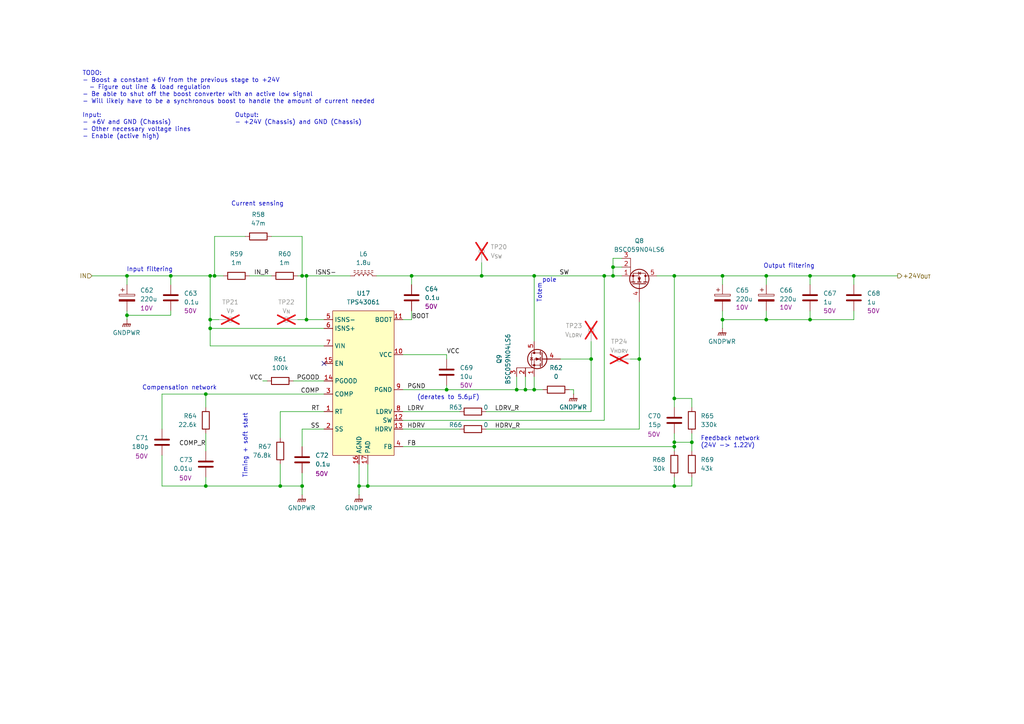
<source format=kicad_sch>
(kicad_sch (version 20250114) (generator "eeschema") (generator_version "9.0")
  (paper "A4")
  (title_block (title "Output Boost (Stage 2)") (date "2025-02-12") (rev "1") (company "UT Robomaster") (comment 1 "Robomaster"))
  (lib_symbols
    (symbol "! Robomaster ICs:TPS43061"
      (property "Reference" "U" (at 0 3.81 0))
      (property "Value" "TPS43061" (at 0 0 0))
      (symbol "TPS43061_1_1"
        (rectangle (start -8.89 0) (end 8.89 -41.91) (fill (type background)))
        (pin passive line (at -11.43 -2.54 0) (length 2.54) (name "ISNS-") (number "5"))
        (pin passive line (at -11.43 -5.08 0) (length 2.54) (name "ISNS+") (number "6"))
        (pin power_in line (at -11.43 -10.16 0) (length 2.54) (name "VIN") (number "7"))
        (pin input line (at -11.43 -15.24 0) (length 2.54) (name "EN") (number "15"))
        (pin open_collector line (at -11.43 -20.32 0) (length 2.54) (name "PGOOD") (number "14"))
        (pin passive line (at -11.43 -24.13 0) (length 2.54) (name "COMP") (number "3"))
        (pin passive line (at -11.43 -29.21 0) (length 2.54) (name "RT") (number "1"))
        (pin passive line (at -11.43 -34.29 0) (length 2.54) (name "SS") (number "2"))
        (pin power_in line (at -1.27 -44.45 90) (length 2.54) (name "AGND") (number "16"))
        (pin power_in line (at 1.27 -44.45 90) (length 2.54) (name "PAD") (number "17"))
        (pin passive line (at 11.43 -2.54 180) (length 2.54) (name "BOOT") (number "11"))
        (pin passive line (at 11.43 -12.7 180) (length 2.54) (name "VCC") (number "10"))
        (pin power_in line (at 11.43 -22.86 180) (length 2.54) (name "PGND") (number "9"))
        (pin output line (at 11.43 -29.21 180) (length 2.54) (name "LDRV") (number "8"))
        (pin output line (at 11.43 -31.75 180) (length 2.54) (name "SW") (number "12"))
        (pin output line (at 11.43 -34.29 180) (length 2.54) (name "HDRV") (number "13"))
        (pin passive line (at 11.43 -39.37 180) (length 2.54) (name "FB") (number "4"))
      )
    )
    (symbol "Connector:TestPoint" (pin_numbers (hide yes)) (pin_names (offset 0.762) (hide yes))
      (property "Reference" "TP" (at 0 6.858 0))
      (property "Value" "TestPoint" (at 0 5.08 0))
      (symbol "TestPoint_0_1"
        (circle (center 0 3.302) (radius 0.762))
      )
      (symbol "TestPoint_1_1"
        (pin passive line (at 0 0 90) (length 2.54) (name "1") (number "1"))
      )
    )
    (symbol "Device:C" (pin_numbers (hide yes)) (pin_names (offset 0.254))
      (property "Reference" "C" (at 0.635 2.54 0))
      (property "Value" "C" (at 0.635 -2.54 0))
      (symbol "C_0_1"
        (polyline (pts (xy -2.032 0.762) (xy 2.032 0.762)) (stroke (width 0.508)))
        (polyline (pts (xy -2.032 -0.762) (xy 2.032 -0.762)) (stroke (width 0.508)))
      )
      (symbol "C_1_1"
        (pin passive line (at 0 3.81 270) (length 2.794) (name "~") (number "1"))
        (pin passive line (at 0 -3.81 90) (length 2.794) (name "~") (number "2"))
      )
    )
    (symbol "Device:C_Polarized" (pin_numbers (hide yes)) (pin_names (offset 0.254))
      (property "Reference" "C" (at 0.635 2.54 0))
      (property "Value" "C_Polarized" (at 0.635 -2.54 0))
      (symbol "C_Polarized_0_1"
        (rectangle (start -2.286 0.508) (end 2.286 1.016))
        (polyline (pts (xy -1.778 2.286) (xy -0.762 2.286)))
        (polyline (pts (xy -1.27 2.794) (xy -1.27 1.778)))
        (rectangle (start 2.286 -0.508) (end -2.286 -1.016) (fill (type outline)))
      )
      (symbol "C_Polarized_1_1"
        (pin passive line (at 0 3.81 270) (length 2.794) (name "~") (number "1"))
        (pin passive line (at 0 -3.81 90) (length 2.794) (name "~") (number "2"))
      )
    )
    (symbol "Device:L_Ferrite" (pin_numbers (hide yes)) (pin_names (offset 1.016) (hide yes))
      (property "Reference" "L" (at -1.27 0 90))
      (property "Value" "L_Ferrite" (at 2.794 0 90))
      (symbol "L_Ferrite_0_1"
        (arc (start 0 2.54) (mid 0.6323 1.905) (end 0 1.27))
        (arc (start 0 1.27) (mid 0.6323 0.635) (end 0 0))
        (arc (start 0 0) (mid 0.6323 -0.635) (end 0 -1.27))
        (arc (start 0 -1.27) (mid 0.6323 -1.905) (end 0 -2.54))
        (polyline (pts (xy 1.016 2.286) (xy 1.016 2.794)))
        (polyline (pts (xy 1.016 1.27) (xy 1.016 1.778)))
        (polyline (pts (xy 1.016 0.254) (xy 1.016 0.762)))
        (polyline (pts (xy 1.016 -0.762) (xy 1.016 -0.254)))
        (polyline (pts (xy 1.016 -1.778) (xy 1.016 -1.27)))
        (polyline (pts (xy 1.016 -2.794) (xy 1.016 -2.286)))
        (polyline (pts (xy 1.524 2.794) (xy 1.524 2.286)))
        (polyline (pts (xy 1.524 1.778) (xy 1.524 1.27)))
        (polyline (pts (xy 1.524 0.762) (xy 1.524 0.254)))
        (polyline (pts (xy 1.524 -0.254) (xy 1.524 -0.762)))
        (polyline (pts (xy 1.524 -1.27) (xy 1.524 -1.778)))
        (polyline (pts (xy 1.524 -2.286) (xy 1.524 -2.794)))
      )
      (symbol "L_Ferrite_1_1"
        (pin passive line (at 0 3.81 270) (length 1.27) (name "1") (number "1"))
        (pin passive line (at 0 -3.81 90) (length 1.27) (name "2") (number "2"))
      )
    )
    (symbol "Device:R" (pin_numbers (hide yes)) (pin_names (offset 0))
      (property "Reference" "R" (at 2.032 0 90))
      (property "Value" "R" (at 0 0 90))
      (symbol "R_0_1"
        (rectangle (start -1.016 -2.54) (end 1.016 2.54) (stroke (width 0.254)))
      )
      (symbol "R_1_1"
        (pin passive line (at 0 3.81 270) (length 1.27) (name "~") (number "1"))
        (pin passive line (at 0 -3.81 90) (length 1.27) (name "~") (number "2"))
      )
    )
    (symbol "Transistor_FET:Q_NMOS_SGD" (pin_names (offset 0) (hide yes))
      (property "Reference" "Q4" (at 6.35 1.2701 0))
      (property "Value" "BSC059N04LS6" (at 6.35 -1.2699 0))
      (symbol "Q_NMOS_SGD_0_1"
        (polyline (pts (xy 0.254 1.905) (xy 0.254 -1.905)) (stroke (width 0.254)))
        (polyline (pts (xy 0.254 0) (xy -2.54 0)))
        (polyline (pts (xy 0.762 2.286) (xy 0.762 1.27)) (stroke (width 0.254)))
        (polyline (pts (xy 0.762 0.508) (xy 0.762 -0.508)) (stroke (width 0.254)))
        (polyline (pts (xy 0.762 -1.27) (xy 0.762 -2.286)) (stroke (width 0.254)))
        (polyline (pts (xy 0.762 -1.778) (xy 3.302 -1.778) (xy 3.302 1.778) (xy 0.762 1.778)))
        (polyline (pts (xy 1.016 0) (xy 2.032 0.381) (xy 2.032 -0.381) (xy 1.016 0)) (fill (type outline)))
        (circle (center 1.651 0) (radius 2.794) (stroke (width 0.254)))
        (polyline (pts (xy 2.54 2.54) (xy 2.54 1.778)))
        (circle (center 2.54 1.778) (radius 0.254) (fill (type outline)))
        (circle (center 2.54 -1.778) (radius 0.254) (fill (type outline)))
        (polyline (pts (xy 2.54 -2.54) (xy 2.54 0) (xy 0.762 0)))
        (polyline (pts (xy 2.921 0.381) (xy 3.683 0.381)))
        (polyline (pts (xy 3.302 0.381) (xy 2.921 -0.254) (xy 3.683 -0.254) (xy 3.302 0.381)))
        (polyline (pts (xy 7.62 -2.54) (xy 2.54 -2.54)))
      )
      (symbol "Q_NMOS_SGD_1_1"
        (pin input line (at -5.08 0 0) (length 5.08) (name "G") (number "4"))
        (pin passive line (at 2.54 5.08 270) (length 2.54) (name "D") (number "5"))
        (pin passive line (at 2.54 -5.08 90) (length 2.54) (name "S") (number "1"))
        (pin passive line (at 5.08 -5.08 90) (length 2.54) (name "S") (number "2"))
        (pin passive line (at 7.62 -5.08 90) (length 2.54) (name "S") (number "3"))
      )
    )
    (symbol "power:GNDPWR" (power) (pin_numbers (hide yes)) (pin_names (offset 0) (hide yes))
      (property "Value" "GNDPWR" (at 0 -3.302 0))
      (symbol "GNDPWR_0_1"
        (polyline (pts (xy -1.016 -1.27) (xy -1.27 -2.032) (xy -1.27 -2.032)) (stroke (width 0.2032)))
        (polyline (pts (xy -0.508 -1.27) (xy -0.762 -2.032) (xy -0.762 -2.032)) (stroke (width 0.2032)))
        (polyline (pts (xy 0 -1.27) (xy 0 0)))
        (polyline (pts (xy 0 -1.27) (xy -0.254 -2.032) (xy -0.254 -2.032)) (stroke (width 0.2032)))
        (polyline (pts (xy 0.508 -1.27) (xy 0.254 -2.032) (xy 0.254 -2.032)) (stroke (width 0.2032)))
        (polyline (pts (xy 1.016 -1.27) (xy -1.016 -1.27) (xy -1.016 -1.27)) (stroke (width 0.2032)))
        (polyline (pts (xy 1.016 -1.27) (xy 0.762 -2.032) (xy 0.762 -2.032) (xy 0.762 -2.032)) (stroke (width 0.2032)))
      )
      (symbol "GNDPWR_1_1"
        (pin power_in line (at 0 0 270) (length 0) (name "~") (number "1"))
      )
    )
  )
  (text "Input:\n- +6V and GND (Chassis)\n- Other necessary voltage lines\n- Enable (active high)" (at 23.876 32.766 0) (effects (font (size 1.27 1.27)) (justify left top)))
  (text "Timing + soft start" (at 71.882 129.286 90) (effects (font (size 1.27 1.27)) (justify bottom)))
  (text "Compensation network" (at 52.07 113.284 0) (effects (font (size 1.27 1.27)) (justify bottom)))
  (text "Output:\n- +24V (Chassis) and GND (Chassis)" (at 68.072 32.766 0) (effects (font (size 1.27 1.27)) (justify left top)))
  (text "Input filtering" (at 43.434 78.994 0) (effects (font (size 1.27 1.27)) (justify bottom)))
  (text "Current sensing" (at 74.676 59.944 0) (effects (font (size 1.27 1.27)) (justify bottom)))
  (text "pole" (at 157.226 82.042 0) (effects (font (size 1.27 1.27)) (justify left bottom)))
  (text "Feedback network\n(24V -> 1.22V)" (at 203.2 128.27 0) (effects (font (size 1.27 1.27)) (justify left)))
  (text "(derates to 5.6µF)" (at 130.048 116.078 0) (effects (font (size 1.27 1.27)) (justify bottom)))
  (text "TODO:\n- Boost a constant +6V from the previous stage to +24V\n  - Figure out line & load regulation\n- Be able to shut off the boost converter with an active low signal\n- Will likely have to be a synchronous boost to handle the amount of current needed" (at 23.876 20.574 0) (effects (font (size 1.27 1.27)) (justify left top)))
  (text "Output filtering" (at 228.854 77.978 0) (effects (font (size 1.27 1.27)) (justify bottom)))
  (text "Totem" (at 157.226 82.042 90) (effects (font (size 1.27 1.27)) (justify right bottom)))
  (junction (at 87.63 140.97))
  (junction (at 222.25 80.01))
  (junction (at 209.55 80.01))
  (junction (at 175.26 80.01))
  (junction (at 247.65 80.01))
  (junction (at 195.58 115.57))
  (junction (at 234.95 92.71))
  (junction (at 119.38 80.01))
  (junction (at 59.69 114.3))
  (junction (at 200.66 128.27))
  (junction (at 209.55 92.71))
  (junction (at 88.9 80.01))
  (junction (at 49.53 80.01))
  (junction (at 222.25 92.71))
  (junction (at 104.14 140.97))
  (junction (at 36.83 91.44))
  (junction (at 81.28 140.97))
  (junction (at 154.94 80.01))
  (junction (at 62.23 80.01))
  (junction (at 60.96 92.71))
  (junction (at 177.8 77.47))
  (junction (at 106.68 140.97))
  (junction (at 195.58 140.97))
  (junction (at 149.86 113.03))
  (junction (at 171.45 104.14))
  (junction (at 139.7 80.01))
  (junction (at 36.83 80.01))
  (junction (at 88.9 92.71))
  (junction (at 87.63 80.01))
  (junction (at 177.8 80.01))
  (junction (at 234.95 80.01))
  (junction (at 185.42 104.14))
  (junction (at 152.4 113.03))
  (junction (at 195.58 80.01))
  (junction (at 60.96 80.01))
  (junction (at 154.94 113.03))
  (junction (at 195.58 129.54))
  (junction (at 195.58 128.27))
  (junction (at 60.96 95.25))
  (junction (at 129.54 113.03))
  (junction (at 59.69 140.97))
  (no_connect (at 93.98 105.41))
  (wire (pts (xy 222.25 92.71) (xy 209.55 92.71)))
  (wire (pts (xy 139.7 80.01) (xy 154.94 80.01)))
  (wire (pts (xy 36.83 91.44) (xy 36.83 92.71)))
  (wire (pts (xy 200.66 115.57) (xy 200.66 118.11)))
  (wire (pts (xy 209.55 92.71) (xy 209.55 95.25)))
  (wire (pts (xy 152.4 113.03) (xy 154.94 113.03)))
  (wire (pts (xy 104.14 134.62) (xy 104.14 140.97)))
  (wire (pts (xy 149.86 113.03) (xy 152.4 113.03)))
  (wire (pts (xy 209.55 90.17) (xy 209.55 92.71)))
  (wire (pts (xy 154.94 113.03) (xy 157.48 113.03)))
  (wire (pts (xy 180.34 77.47) (xy 177.8 77.47)))
  (wire (pts (xy 139.7 76.2) (xy 139.7 80.01)))
  (wire (pts (xy 60.96 95.25) (xy 60.96 92.71)))
  (wire (pts (xy 165.1 113.03) (xy 166.37 113.03)))
  (wire (pts (xy 49.53 91.44) (xy 36.83 91.44)))
  (wire (pts (xy 49.53 80.01) (xy 60.96 80.01)))
  (wire (pts (xy 62.23 68.58) (xy 62.23 80.01)))
  (wire (pts (xy 129.54 113.03) (xy 149.86 113.03)))
  (wire (pts (xy 154.94 80.01) (xy 175.26 80.01)))
  (wire (pts (xy 180.34 74.93) (xy 177.8 74.93)))
  (wire (pts (xy 149.86 109.22) (xy 149.86 113.03)))
  (wire (pts (xy 60.96 100.33) (xy 60.96 95.25)))
  (wire (pts (xy 59.69 130.81) (xy 59.69 125.73)))
  (wire (pts (xy 185.42 87.63) (xy 185.42 104.14)))
  (wire (pts (xy 209.55 80.01) (xy 209.55 82.55)))
  (wire (pts (xy 60.96 92.71) (xy 63.5 92.71)))
  (wire (pts (xy 171.45 104.14) (xy 162.56 104.14)))
  (wire (pts (xy 177.8 74.93) (xy 177.8 77.47)))
  (wire (pts (xy 195.58 129.54) (xy 195.58 128.27)))
  (wire (pts (xy 177.8 77.47) (xy 177.8 80.01)))
  (wire (pts (xy 152.4 109.22) (xy 152.4 113.03)))
  (wire (pts (xy 109.22 80.01) (xy 119.38 80.01)))
  (wire (pts (xy 182.88 104.14) (xy 185.42 104.14)))
  (wire (pts (xy 106.68 140.97) (xy 195.58 140.97)))
  (wire (pts (xy 195.58 129.54) (xy 195.58 130.81)))
  (wire (pts (xy 60.96 80.01) (xy 60.96 92.71)))
  (wire (pts (xy 234.95 92.71) (xy 247.65 92.71)))
  (wire (pts (xy 260.35 80.01) (xy 247.65 80.01)))
  (wire (pts (xy 93.98 119.38) (xy 81.28 119.38)))
  (wire (pts (xy 119.38 92.71) (xy 116.84 92.71)))
  (wire (pts (xy 119.38 90.17) (xy 119.38 92.71)))
  (wire (pts (xy 62.23 80.01) (xy 64.77 80.01)))
  (wire (pts (xy 81.28 140.97) (xy 59.69 140.97)))
  (wire (pts (xy 177.8 80.01) (xy 180.34 80.01)))
  (wire (pts (xy 104.14 140.97) (xy 106.68 140.97)))
  (wire (pts (xy 104.14 140.97) (xy 104.14 143.51)))
  (wire (pts (xy 200.66 128.27) (xy 195.58 128.27)))
  (wire (pts (xy 195.58 140.97) (xy 200.66 140.97)))
  (wire (pts (xy 93.98 100.33) (xy 60.96 100.33)))
  (wire (pts (xy 154.94 109.22) (xy 154.94 113.03)))
  (wire (pts (xy 62.23 68.58) (xy 71.12 68.58)))
  (wire (pts (xy 154.94 80.01) (xy 154.94 99.06)))
  (wire (pts (xy 140.97 119.38) (xy 171.45 119.38)))
  (wire (pts (xy 87.63 80.01) (xy 88.9 80.01)))
  (wire (pts (xy 36.83 90.17) (xy 36.83 91.44)))
  (wire (pts (xy 81.28 140.97) (xy 87.63 140.97)))
  (wire (pts (xy 195.58 80.01) (xy 209.55 80.01)))
  (wire (pts (xy 76.2 110.49) (xy 77.47 110.49)))
  (wire (pts (xy 247.65 80.01) (xy 247.65 82.55)))
  (wire (pts (xy 222.25 80.01) (xy 222.25 82.55)))
  (wire (pts (xy 49.53 80.01) (xy 49.53 82.55)))
  (wire (pts (xy 59.69 140.97) (xy 59.69 138.43)))
  (wire (pts (xy 116.84 113.03) (xy 129.54 113.03)))
  (wire (pts (xy 81.28 134.62) (xy 81.28 140.97)))
  (wire (pts (xy 195.58 115.57) (xy 195.58 118.11)))
  (wire (pts (xy 49.53 90.17) (xy 49.53 91.44)))
  (wire (pts (xy 175.26 121.92) (xy 175.26 80.01)))
  (wire (pts (xy 88.9 80.01) (xy 101.6 80.01)))
  (wire (pts (xy 88.9 92.71) (xy 88.9 80.01)))
  (wire (pts (xy 185.42 124.46) (xy 140.97 124.46)))
  (wire (pts (xy 116.84 129.54) (xy 195.58 129.54)))
  (wire (pts (xy 129.54 102.87) (xy 129.54 104.14)))
  (wire (pts (xy 119.38 80.01) (xy 119.38 82.55)))
  (wire (pts (xy 175.26 80.01) (xy 177.8 80.01)))
  (wire (pts (xy 26.67 80.01) (xy 36.83 80.01)))
  (wire (pts (xy 133.35 124.46) (xy 116.84 124.46)))
  (wire (pts (xy 59.69 118.11) (xy 59.69 114.3)))
  (wire (pts (xy 36.83 80.01) (xy 49.53 80.01)))
  (wire (pts (xy 247.65 90.17) (xy 247.65 92.71)))
  (wire (pts (xy 119.38 80.01) (xy 139.7 80.01)))
  (wire (pts (xy 234.95 90.17) (xy 234.95 92.71)))
  (wire (pts (xy 171.45 119.38) (xy 171.45 104.14)))
  (wire (pts (xy 222.25 80.01) (xy 209.55 80.01)))
  (wire (pts (xy 234.95 80.01) (xy 222.25 80.01)))
  (wire (pts (xy 78.74 68.58) (xy 87.63 68.58)))
  (wire (pts (xy 36.83 80.01) (xy 36.83 82.55)))
  (wire (pts (xy 93.98 92.71) (xy 88.9 92.71)))
  (wire (pts (xy 86.36 92.71) (xy 88.9 92.71)))
  (wire (pts (xy 195.58 138.43) (xy 195.58 140.97)))
  (wire (pts (xy 59.69 114.3) (xy 93.98 114.3)))
  (wire (pts (xy 185.42 104.14) (xy 185.42 124.46)))
  (wire (pts (xy 195.58 125.73) (xy 195.58 128.27)))
  (wire (pts (xy 195.58 80.01) (xy 195.58 115.57)))
  (wire (pts (xy 222.25 90.17) (xy 222.25 92.71)))
  (wire (pts (xy 59.69 114.3) (xy 46.99 114.3)))
  (wire (pts (xy 72.39 80.01) (xy 78.74 80.01)))
  (wire (pts (xy 93.98 124.46) (xy 87.63 124.46)))
  (wire (pts (xy 87.63 124.46) (xy 87.63 129.54)))
  (wire (pts (xy 116.84 121.92) (xy 175.26 121.92)))
  (wire (pts (xy 46.99 140.97) (xy 59.69 140.97)))
  (wire (pts (xy 200.66 125.73) (xy 200.66 128.27)))
  (wire (pts (xy 85.09 110.49) (xy 93.98 110.49)))
  (wire (pts (xy 247.65 80.01) (xy 234.95 80.01)))
  (wire (pts (xy 129.54 111.76) (xy 129.54 113.03)))
  (wire (pts (xy 46.99 132.08) (xy 46.99 140.97)))
  (wire (pts (xy 46.99 114.3) (xy 46.99 124.46)))
  (wire (pts (xy 195.58 115.57) (xy 200.66 115.57)))
  (wire (pts (xy 200.66 128.27) (xy 200.66 130.81)))
  (wire (pts (xy 190.5 80.01) (xy 195.58 80.01)))
  (wire (pts (xy 234.95 80.01) (xy 234.95 82.55)))
  (wire (pts (xy 87.63 68.58) (xy 87.63 80.01)))
  (wire (pts (xy 171.45 99.06) (xy 171.45 104.14)))
  (wire (pts (xy 87.63 140.97) (xy 87.63 143.51)))
  (wire (pts (xy 86.36 80.01) (xy 87.63 80.01)))
  (wire (pts (xy 60.96 80.01) (xy 62.23 80.01)))
  (wire (pts (xy 116.84 102.87) (xy 129.54 102.87)))
  (wire (pts (xy 200.66 138.43) (xy 200.66 140.97)))
  (wire (pts (xy 81.28 119.38) (xy 81.28 127)))
  (wire (pts (xy 106.68 140.97) (xy 106.68 134.62)))
  (wire (pts (xy 87.63 137.16) (xy 87.63 140.97)))
  (wire (pts (xy 116.84 119.38) (xy 133.35 119.38)))
  (wire (pts (xy 93.98 95.25) (xy 60.96 95.25)))
  (wire (pts (xy 234.95 92.71) (xy 222.25 92.71)))
  (wire (pts (xy 166.37 113.03) (xy 166.37 114.3)))
  (label "BOOT" (at 119.38 92.71 0))
  (label "COMP" (at 92.71 114.3 180))
  (label "LDRV_R" (at 143.51 119.38 0))
  (label "LDRV" (at 118.11 119.38 0))
  (label "VCC" (at 76.2 110.49 180))
  (label "PGOOD" (at 92.71 110.49 180))
  (label "COMP_R" (at 59.69 129.54 180))
  (label "VCC" (at 129.54 102.87 0))
  (label "FB" (at 118.11 129.54 0))
  (label "SS" (at 92.71 124.46 180))
  (label "HDRV_R" (at 143.51 124.46 0))
  (label "IN_R" (at 73.66 80.01 0))
  (label "ISNS-" (at 91.44 80.01 0))
  (label "PGND" (at 118.11 113.03 0))
  (label "SW" (at 165.1 80.01 180))
  (label "RT" (at 92.71 119.38 180))
  (label "HDRV" (at 118.11 124.46 0))
  (hierarchical_label "IN" (shape input) (at 26.67 80.01 180))
  (hierarchical_label "+24V_{OUT}" (shape output) (at 260.35 80.01 0))
  (symbol (lib_id "Device:C_Polarized") (at 36.83 86.36 0) (unit 1)
    (property "Reference" "C62" (at 40.64 84.2009 0) (effects (justify left)))
    (property "Value" "220u" (at 40.64 86.7409 0) (effects (justify left)))
    (property "Footprint" "Capacitor_THT:CP_Radial_D6.3mm_P2.50mm" (effects (hide yes)))
    (property "Datasheet" "https://www.mouser.com/datasheet/2/447/KEM_A4067_A750-3316071.pdf" (effects (hide yes)))
    (property "Description" "Polarized capacitor" (effects (hide yes)))
    (property "Mouser Part Number" "80-A750EK227M1AAAE18" (effects (hide yes)))
    (property "Voltage Rating" "10V" (at 40.64 89.408 0) (effects (justify left)))
  )
  (symbol (lib_id "Device:C") (at 234.95 86.36 0) (unit 1)
    (property "Reference" "C67" (at 238.76 85.0899 0) (effects (justify left)))
    (property "Value" "1u" (at 238.76 87.6299 0) (effects (justify left)))
    (property "Footprint" "Capacitor_SMD:C_0603_1608Metric_Pad1.08x0.95mm_HandSolder" (effects (hide yes)))
    (property "Datasheet" "https://www.mouser.com/datasheet/2/447/KEM_C1006_X5R_SMD-3316465.pdf" (effects (hide yes)))
    (property "Description" "Unpolarized capacitor" (effects (hide yes)))
    (property "Mouser Part Number" "963-UMK107BJ105KA-T" (effects (hide yes)))
    (property "Voltage Rating" "50V" (at 238.76 90.17 0) (effects (justify left)))
  )
  (symbol (lib_id "Device:C_Polarized") (at 222.25 86.36 0) (unit 1)
    (property "Reference" "C66" (at 226.06 84.2009 0) (effects (justify left)))
    (property "Value" "220u" (at 226.06 86.7409 0) (effects (justify left)))
    (property "Footprint" "Capacitor_THT:CP_Radial_D6.3mm_P2.50mm" (effects (hide yes)))
    (property "Datasheet" "https://www.mouser.com/datasheet/2/447/KEM_A4067_A750-3316071.pdf" (effects (hide yes)))
    (property "Description" "Polarized capacitor" (effects (hide yes)))
    (property "Mouser Part Number" "80-A750EK227M1AAAE18" (effects (hide yes)))
    (property "Voltage Rating" "10V" (at 226.06 89.154 0) (effects (justify left)))
  )
  (symbol (lib_id "Device:R") (at 161.29 113.03 90) (unit 1)
    (property "Reference" "R62" (at 161.29 106.68 90))
    (property "Value" "0" (at 161.29 109.22 90))
    (property "Footprint" "Resistor_SMD:R_0603_1608Metric_Pad0.98x0.95mm_HandSolder" (effects (hide yes)))
    (property "Description" "Resistor" (effects (hide yes)))
    (property "Mouser Part Number" "660-RK73Z1JTTDD" (effects (hide yes)))
  )
  (symbol (lib_id "Device:R") (at 81.28 110.49 90) (unit 1)
    (property "Reference" "R61" (at 81.28 104.14 90))
    (property "Value" "100k" (at 81.28 106.68 90))
    (property "Footprint" "Resistor_SMD:R_0603_1608Metric_Pad0.98x0.95mm_HandSolder" (effects (hide yes)))
    (property "Description" "Resistor" (effects (hide yes)))
    (property "Mouser Part Number" "660-RN73H1JTD1003D25" (effects (hide yes)))
  )
  (symbol (lib_id "Device:R") (at 68.58 80.01 90) (unit 1)
    (property "Reference" "R59" (at 68.58 73.66 90))
    (property "Value" "1m" (at 68.58 76.2 90))
    (property "Footprint" "Resistor_SMD:R_0612_1632Metric_Pad1.18x3.40mm_HandSolder" (effects (hide yes)))
    (property "Datasheet" "https://www.vishay.com/docs/30417/wfcp.pdf" (effects (hide yes)))
    (property "Description" "Resistor" (effects (hide yes)))
    (property "Mouser Part Number" "71-WFCP06121L000FE66" (effects (hide yes)))
  )
  (symbol (lib_id "power:GNDPWR") (at 36.83 92.71 0) (unit 1)
    (property "Reference" "#PWR0113" (effects (hide yes)))
    (property "Value" "GNDPWR" (at 36.703 96.52 0))
    (property "Description" "Power symbol creates a global label with name \"GNDPWR\" , global ground" (effects (hide yes)))
  )
  (symbol (lib_id "power:GNDPWR") (at 104.14 143.51 0) (unit 1)
    (property "Reference" "#PWR0117" (effects (hide yes)))
    (property "Value" "GNDPWR" (at 104.013 147.32 0))
    (property "Description" "Power symbol creates a global label with name \"GNDPWR\" , global ground" (effects (hide yes)))
  )
  (symbol (lib_id "Connector:TestPoint") (at 139.7 76.2 0) (unit 1) (dnp yes)
    (property "Reference" "TP20" (at 142.24 71.6279 0) (effects (justify left)))
    (property "Value" "V_{SW}" (at 142.24 74.1679 0) (effects (justify left)))
    (property "Footprint" "TestPoint:TestPoint_Bridge_Pitch2.0mm_Drill0.7mm" (effects (hide yes)))
    (property "Description" "test point" (effects (hide yes)))
  )
  (symbol (lib_id "Device:C") (at 87.63 133.35 0) (unit 1)
    (property "Reference" "C72" (at 91.44 132.0799 0) (effects (justify left)))
    (property "Value" "0.1u" (at 91.44 134.6199 0) (effects (justify left)))
    (property "Footprint" "Capacitor_SMD:C_0603_1608Metric_Pad1.08x0.95mm_HandSolder" (effects (hide yes)))
    (property "Datasheet" "https://www.mouser.com/datasheet/2/40/KGM_X7R-3223212.pdf" (effects (hide yes)))
    (property "Description" "Unpolarized capacitor" (effects (hide yes)))
    (property "Mouser Part Number" "581-KGM15BR71H104JT" (effects (hide yes)))
    (property "Voltage Rating" "50V" (at 91.44 137.414 0) (effects (justify left)))
  )
  (symbol (lib_id "Connector:TestPoint") (at 63.5 92.71 270) (mirror x) (unit 1) (dnp yes)
    (property "Reference" "TP21" (at 66.802 87.63 90))
    (property "Value" "V_{P}" (at 66.802 90.17 90))
    (property "Footprint" "TestPoint:TestPoint_Bridge_Pitch2.0mm_Drill0.7mm" (effects (hide yes)))
    (property "Description" "test point" (effects (hide yes)))
  )
  (symbol (lib_id "Device:R") (at 195.58 134.62 0) (mirror y) (unit 1)
    (property "Reference" "R68" (at 193.04 133.3499 0) (effects (justify left)))
    (property "Value" "30k" (at 193.04 135.8899 0) (effects (justify left)))
    (property "Footprint" "Resistor_SMD:R_0603_1608Metric_Pad0.98x0.95mm_HandSolder" (effects (hide yes)))
    (property "Description" "Resistor" (effects (hide yes)))
    (property "Mouser Part Number" "660-RN73H1JTD3002B50" (effects (hide yes)))
  )
  (symbol (lib_id "Transistor_FET:Q_NMOS_SGD") (at 157.48 104.14 0) (mirror y) (unit 1)
    (property "Reference" "Q9" (at 144.78 104.14 90))
    (property "Value" "BSC059N04LS6" (at 147.32 104.14 90))
    (property "Footprint" "Package_SON:Infineon_PG-TDSON-8_6.15x5.15mm" (effects (hide yes)))
    (property "Datasheet" "https://www.mouser.com/datasheet/2/196/Infineon_BSC059N04LS6_DataSheet_v02_01_EN-3360636.pdf" (effects (hide yes)))
    (property "Description" "N-MOSFET transistor, source/gate/drain" (effects (hide yes)))
    (property "Mouser Part Number" "726-BSC059N04LS6ATMA" (effects (hide yes)))
  )
  (symbol (lib_id "Transistor_FET:Q_NMOS_SGD") (at 185.42 82.55 270) (mirror x) (unit 1)
    (property "Reference" "Q8" (at 185.42 69.85 90))
    (property "Value" "BSC059N04LS6" (at 185.42 72.39 90))
    (property "Footprint" "Package_SON:Infineon_PG-TDSON-8_6.15x5.15mm" (effects (hide yes)))
    (property "Datasheet" "https://www.mouser.com/datasheet/2/196/Infineon_BSC059N04LS6_DataSheet_v02_01_EN-3360636.pdf" (effects (hide yes)))
    (property "Description" "N-MOSFET transistor, source/gate/drain" (effects (hide yes)))
    (property "Mouser Part Number" "726-BSC059N04LS6ATMA" (effects (hide yes)))
  )
  (symbol (lib_id "power:GNDPWR") (at 87.63 143.51 0) (unit 1)
    (property "Reference" "#PWR0116" (effects (hide yes)))
    (property "Value" "GNDPWR" (at 87.503 147.32 0))
    (property "Description" "Power symbol creates a global label with name \"GNDPWR\" , global ground" (effects (hide yes)))
  )
  (symbol (lib_id "Device:R") (at 81.28 130.81 0) (mirror y) (unit 1)
    (property "Reference" "R67" (at 78.74 129.5399 0) (effects (justify left)))
    (property "Value" "76.8k" (at 78.74 132.0799 0) (effects (justify left)))
    (property "Footprint" "Resistor_SMD:R_0603_1608Metric_Pad0.98x0.95mm_HandSolder" (effects (hide yes)))
    (property "Description" "Resistor" (effects (hide yes)))
    (property "Mouser Part Number" "660-RN73H1JTD7682B25" (effects (hide yes)))
  )
  (symbol (lib_id "Device:R") (at 59.69 121.92 0) (mirror y) (unit 1)
    (property "Reference" "R64" (at 57.15 120.6499 0) (effects (justify left)))
    (property "Value" "22.6k" (at 57.15 123.1899 0) (effects (justify left)))
    (property "Footprint" "Resistor_SMD:R_0603_1608Metric_Pad0.98x0.95mm_HandSolder" (effects (hide yes)))
    (property "Description" "Resistor" (effects (hide yes)))
    (property "Mouser Part Number" "603-RC0603FR-0722K6L" (effects (hide yes)))
  )
  (symbol (lib_id "Connector:TestPoint") (at 171.45 99.06 0) (mirror y) (unit 1) (dnp yes)
    (property "Reference" "TP23" (at 168.91 94.4879 0) (effects (justify left)))
    (property "Value" "V_{LDRV}" (at 168.91 97.0279 0) (effects (justify left)))
    (property "Footprint" "TestPoint:TestPoint_Bridge_Pitch2.0mm_Drill0.7mm" (effects (hide yes)))
    (property "Description" "test point" (effects (hide yes)))
  )
  (symbol (lib_id "power:GNDPWR") (at 209.55 95.25 0) (unit 1)
    (property "Reference" "#PWR0114" (effects (hide yes)))
    (property "Value" "GNDPWR" (at 209.423 99.06 0))
    (property "Description" "Power symbol creates a global label with name \"GNDPWR\" , global ground" (effects (hide yes)))
  )
  (symbol (lib_id "Device:C") (at 247.65 86.36 0) (unit 1)
    (property "Reference" "C68" (at 251.46 85.0899 0) (effects (justify left)))
    (property "Value" "1u" (at 251.46 87.6299 0) (effects (justify left)))
    (property "Footprint" "Capacitor_SMD:C_0603_1608Metric_Pad1.08x0.95mm_HandSolder" (effects (hide yes)))
    (property "Datasheet" "https://www.mouser.com/datasheet/2/447/KEM_C1006_X5R_SMD-3316465.pdf" (effects (hide yes)))
    (property "Description" "Unpolarized capacitor" (effects (hide yes)))
    (property "Mouser Part Number" "963-UMK107BJ105KA-T" (effects (hide yes)))
    (property "Voltage Rating" "50V" (at 251.46 90.17 0) (effects (justify left)))
  )
  (symbol (lib_id "Device:C") (at 59.69 134.62 0) (mirror y) (unit 1)
    (property "Reference" "C73" (at 55.88 133.3499 0) (effects (justify left)))
    (property "Value" "0.01u" (at 55.88 135.8899 0) (effects (justify left)))
    (property "Footprint" "Capacitor_SMD:C_0603_1608Metric_Pad1.08x0.95mm_HandSolder" (effects (hide yes)))
    (property "Description" "Unpolarized capacitor" (effects (hide yes)))
    (property "Mouser Part Number" "187-CL10B103KC8NNNC" (effects (hide yes)))
    (property "Voltage Rating" "50V" (at 55.626 138.684 0) (effects (justify left)))
  )
  (symbol (lib_id "Device:C") (at 49.53 86.36 0) (unit 1)
    (property "Reference" "C63" (at 53.34 85.0899 0) (effects (justify left)))
    (property "Value" "0.1u" (at 53.34 87.6299 0) (effects (justify left)))
    (property "Footprint" "Capacitor_SMD:C_0603_1608Metric_Pad1.08x0.95mm_HandSolder" (effects (hide yes)))
    (property "Datasheet" "https://www.mouser.com/datasheet/2/40/KGM_X7R-3223212.pdf" (effects (hide yes)))
    (property "Description" "Unpolarized capacitor" (effects (hide yes)))
    (property "Mouser Part Number" "581-KGM15BR71H104JT" (effects (hide yes)))
    (property "Voltage Rating" "50V" (at 53.34 90.17 0) (effects (justify left)))
  )
  (symbol (lib_id "Device:R") (at 137.16 119.38 90) (unit 1)
    (property "Reference" "R63" (at 134.112 118.872 90) (effects (justify left top)))
    (property "Value" "0" (at 140.208 118.872 90) (effects (justify right top)))
    (property "Footprint" "Resistor_SMD:R_0603_1608Metric_Pad0.98x0.95mm_HandSolder" (effects (hide yes)))
    (property "Description" "Resistor" (effects (hide yes)))
    (property "Mouser Part Number" "660-RK73Z1JTTDD" (effects (hide yes)))
  )
  (symbol (lib_id "Device:C") (at 129.54 107.95 0) (unit 1)
    (property "Reference" "C69" (at 133.35 106.6799 0) (effects (justify left)))
    (property "Value" "10u" (at 133.35 109.2199 0) (effects (justify left)))
    (property "Footprint" "Capacitor_SMD:C_1206_3216Metric_Pad1.33x1.80mm_HandSolder" (effects (hide yes)))
    (property "Datasheet" "https://www.mouser.com/datasheet/2/585/MLCC-1837944.pdf" (effects (hide yes)))
    (property "Description" "Unpolarized capacitor" (effects (hide yes)))
    (property "Mouser Part Number" "187-CL31A106KBHNNNE" (effects (hide yes)))
    (property "Voltage Rating" "50V" (at 133.35 111.76 0) (effects (justify left)))
  )
  (symbol (lib_id "Device:R") (at 74.93 68.58 90) (unit 1)
    (property "Reference" "R58" (at 74.93 62.23 90))
    (property "Value" "47m" (at 74.93 64.77 90))
    (property "Footprint" "Resistor_SMD:R_1206_3216Metric_Pad1.30x1.75mm_HandSolder" (effects (hide yes)))
    (property "Datasheet" "https://www.mouser.com/datasheet/2/447/PYu_PE_521_RoHS_L_10-3002976.pdf" (effects (hide yes)))
    (property "Description" "Resistor" (effects (hide yes)))
    (property "Mouser Part Number" "603-PE1206FRE470R47L" (effects (hide yes)))
  )
  (symbol (lib_id "Connector:TestPoint") (at 182.88 104.14 90) (unit 1) (dnp yes)
    (property "Reference" "TP24" (at 179.578 99.06 90))
    (property "Value" "V_{HDRV}" (at 179.578 101.6 90))
    (property "Footprint" "TestPoint:TestPoint_Bridge_Pitch2.0mm_Drill0.7mm" (effects (hide yes)))
    (property "Description" "test point" (effects (hide yes)))
  )
  (symbol (lib_id "! Robomaster ICs:TPS43061") (at 105.41 90.17 0) (unit 1)
    (property "Reference" "U17" (at 105.41 85.09 0))
    (property "Value" "TPS43061" (at 105.41 87.63 0))
    (property "Footprint" "! Robomaster ICs:Texas_S-PWQFN-N16" (effects (hide yes)))
    (property "Datasheet" "https://www.ti.com/lit/ds/symlink/tps43061.pdf" (effects (hide yes)))
    (property "Description" "Low Iq, Synchronous Boost Controller with Wide Input Voltage and 5.5V Gate Drive for Low Qg NexFETs" (effects (hide yes)))
    (property "Mouser Part Number" "595-TPS43061RTER" (effects (hide yes)))
  )
  (symbol (lib_id "Device:C") (at 195.58 121.92 0) (mirror y) (unit 1)
    (property "Reference" "C70" (at 191.77 120.6499 0) (effects (justify left)))
    (property "Value" "15p" (at 191.77 123.1899 0) (effects (justify left)))
    (property "Footprint" "Capacitor_SMD:C_0603_1608Metric_Pad1.08x0.95mm_HandSolder" (effects (hide yes)))
    (property "Datasheet" "https://www.mouser.com/datasheet/2/210/WTC_MLCC_General_Purpose-1534899.pdf" (effects (hide yes)))
    (property "Description" "Unpolarized capacitor" (effects (hide yes)))
    (property "Mouser Part Number" "791-0603N150F500CT" (effects (hide yes)))
    (property "Voltage Rating" "50V" (at 191.516 125.984 0) (effects (justify left)))
  )
  (symbol (lib_id "Device:R") (at 137.16 124.46 90) (unit 1)
    (property "Reference" "R66" (at 134.112 123.952 90) (effects (justify left top)))
    (property "Value" "0" (at 140.208 123.952 90) (effects (justify right top)))
    (property "Footprint" "Resistor_SMD:R_0603_1608Metric_Pad0.98x0.95mm_HandSolder" (effects (hide yes)))
    (property "Description" "Resistor" (effects (hide yes)))
    (property "Mouser Part Number" "660-RK73Z1JTTDD" (effects (hide yes)))
  )
  (symbol (lib_id "power:GNDPWR") (at 166.37 114.3 0) (unit 1)
    (property "Reference" "#PWR0115" (effects (hide yes)))
    (property "Value" "GNDPWR" (at 166.243 118.11 0))
    (property "Description" "Power symbol creates a global label with name \"GNDPWR\" , global ground" (effects (hide yes)))
  )
  (symbol (lib_id "Device:R") (at 82.55 80.01 90) (unit 1)
    (property "Reference" "R60" (at 82.55 73.66 90))
    (property "Value" "1m" (at 82.55 76.2 90))
    (property "Footprint" "Resistor_SMD:R_0612_1632Metric_Pad1.18x3.40mm_HandSolder" (effects (hide yes)))
    (property "Datasheet" "https://www.vishay.com/docs/30417/wfcp.pdf" (effects (hide yes)))
    (property "Description" "Resistor" (effects (hide yes)))
    (property "Mouser Part Number" "71-WFCP06121L000FE66" (effects (hide yes)))
  )
  (symbol (lib_id "Device:C") (at 119.38 86.36 0) (unit 1)
    (property "Reference" "C64" (at 123.19 83.82 0) (effects (justify left)))
    (property "Value" "0.1u" (at 123.19 86.36 0) (effects (justify left)))
    (property "Footprint" "Capacitor_SMD:C_0603_1608Metric_Pad1.08x0.95mm_HandSolder" (effects (hide yes)))
    (property "Datasheet" "https://www.mouser.com/datasheet/2/40/KGM_X7R-3223212.pdf" (effects (hide yes)))
    (property "Description" "Unpolarized capacitor" (effects (hide yes)))
    (property "Mouser Part Number" "581-KGM15BR71H104JT" (effects (hide yes)))
    (property "Voltage Rating" "50V" (at 123.19 88.9001 0) (effects (justify left)))
  )
  (symbol (lib_id "Device:C_Polarized") (at 209.55 86.36 0) (unit 1)
    (property "Reference" "C65" (at 213.36 84.2009 0) (effects (justify left)))
    (property "Value" "220u" (at 213.36 86.7409 0) (effects (justify left)))
    (property "Footprint" "Capacitor_THT:CP_Radial_D6.3mm_P2.50mm" (effects (hide yes)))
    (property "Datasheet" "https://www.mouser.com/datasheet/2/447/KEM_A4067_A750-3316071.pdf" (effects (hide yes)))
    (property "Description" "Polarized capacitor" (effects (hide yes)))
    (property "Mouser Part Number" "80-A750EK227M1AAAE18" (effects (hide yes)))
    (property "Voltage Rating" "10V" (at 213.36 89.154 0) (effects (justify left)))
  )
  (symbol (lib_id "Device:R") (at 200.66 134.62 0) (unit 1)
    (property "Reference" "R69" (at 203.2 133.3499 0) (effects (justify left)))
    (property "Value" "43k" (at 203.2 135.8899 0) (effects (justify left)))
    (property "Footprint" "Resistor_SMD:R_0603_1608Metric_Pad0.98x0.95mm_HandSolder" (effects (hide yes)))
    (property "Description" "Resistor" (effects (hide yes)))
    (property "Mouser Part Number" "603-RT0603DRD0743KL" (effects (hide yes)))
  )
  (symbol (lib_id "Device:L_Ferrite") (at 105.41 80.01 90) (unit 1)
    (property "Reference" "L6" (at 105.41 73.66 90))
    (property "Value" "1.8u" (at 105.41 76.2 90))
    (property "Footprint" "Inductor_SMD:L_Bourns_SRP1245A" (effects (hide yes)))
    (property "Datasheet" "https://www.mouser.com/datasheet/2/54/srn8040ta-1391519.pdf" (effects (hide yes)))
    (property "Description" "Inductor with ferrite core" (effects (hide yes)))
    (property "Mouser Part Number" "652-SRP1265A-1R8M" (effects (hide yes)))
  )
  (symbol (lib_id "Device:C") (at 46.99 128.27 0) (mirror y) (unit 1)
    (property "Reference" "C71" (at 43.18 126.9999 0) (effects (justify left)))
    (property "Value" "180p" (at 43.18 129.5399 0) (effects (justify left)))
    (property "Footprint" "Capacitor_SMD:C_0603_1608Metric_Pad1.08x0.95mm_HandSolder" (effects (hide yes)))
    (property "Description" "Unpolarized capacitor" (effects (hide yes)))
    (property "Mouser Part Number" "603-CC603JPNPO9BN181" (effects (hide yes)))
    (property "Voltage Rating" "50V" (at 42.926 132.334 0) (effects (justify left)))
  )
  (symbol (lib_id "Connector:TestPoint") (at 86.36 92.71 90) (unit 1) (dnp yes)
    (property "Reference" "TP22" (at 83.058 87.63 90))
    (property "Value" "V_{N}" (at 83.058 90.17 90))
    (property "Footprint" "TestPoint:TestPoint_Bridge_Pitch2.0mm_Drill0.7mm" (effects (hide yes)))
    (property "Description" "test point" (effects (hide yes)))
  )
  (symbol (lib_id "Device:R") (at 200.66 121.92 0) (unit 1)
    (property "Reference" "R65" (at 203.2 120.6499 0) (effects (justify left)))
    (property "Value" "330k" (at 203.2 123.1899 0) (effects (justify left)))
    (property "Footprint" "Resistor_SMD:R_0603_1608Metric_Pad0.98x0.95mm_HandSolder" (effects (hide yes)))
    (property "Description" "Resistor" (effects (hide yes)))
    (property "Mouser Part Number" "603-RT0603DRD07330KL" (effects (hide yes)))
  )
)
</source>
